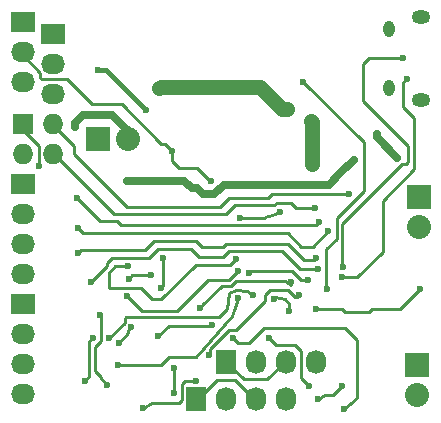
<source format=gbr>
G04 #@! TF.FileFunction,Copper,L2,Bot,Signal*
%FSLAX46Y46*%
G04 Gerber Fmt 4.6, Leading zero omitted, Abs format (unit mm)*
G04 Created by KiCad (PCBNEW 4.0.5) date 03 February 2017 Friday 17:41:24*
%MOMM*%
%LPD*%
G01*
G04 APERTURE LIST*
%ADD10C,0.100000*%
%ADD11O,0.950000X1.400000*%
%ADD12O,1.550000X1.200000*%
%ADD13R,1.727200X2.032000*%
%ADD14O,1.727200X2.032000*%
%ADD15R,2.032000X1.727200*%
%ADD16O,2.032000X1.727200*%
%ADD17R,1.727200X1.727200*%
%ADD18O,1.727200X1.727200*%
%ADD19R,2.032000X2.032000*%
%ADD20O,2.032000X2.032000*%
%ADD21C,0.600000*%
%ADD22C,0.250000*%
%ADD23C,0.635000*%
%ADD24C,1.270000*%
%ADD25C,0.400000*%
G04 APERTURE END LIST*
D10*
D11*
X102132960Y-106196400D03*
X102132960Y-101196400D03*
D12*
X104832960Y-107196400D03*
X104832960Y-100196400D03*
D13*
X88328500Y-129349500D03*
D14*
X90868500Y-129349500D03*
X93408500Y-129349500D03*
X95948500Y-129349500D03*
D15*
X71120000Y-114300000D03*
D16*
X71120000Y-116840000D03*
X71120000Y-119380000D03*
X71120000Y-121920000D03*
D17*
X71120000Y-109220000D03*
D18*
X73660000Y-109220000D03*
X71120000Y-111760000D03*
X73660000Y-111760000D03*
D13*
X85788500Y-132524500D03*
D14*
X88328500Y-132524500D03*
X90868500Y-132524500D03*
X93408500Y-132524500D03*
D15*
X71120000Y-124460000D03*
D16*
X71120000Y-127000000D03*
X71120000Y-129540000D03*
X71120000Y-132080000D03*
D19*
X77470000Y-110490000D03*
D20*
X80010000Y-110490000D03*
D19*
X104470200Y-129616200D03*
D20*
X104470200Y-132156200D03*
D15*
X71069200Y-100571300D03*
D16*
X71069200Y-103111300D03*
X71069200Y-105651300D03*
D15*
X73660000Y-101600000D03*
D16*
X73660000Y-104140000D03*
X73660000Y-106680000D03*
D19*
X104597200Y-115392200D03*
D20*
X104597200Y-117932200D03*
D21*
X81229200Y-133273800D03*
X85750400Y-130962400D03*
X101041200Y-110083600D03*
X102793800Y-112090200D03*
X93421200Y-108000800D03*
X98145600Y-131419600D03*
X96062800Y-132562600D03*
X95567500Y-112585500D03*
X95504000Y-108966000D03*
X79222600Y-127762000D03*
X80289400Y-126390400D03*
X75514200Y-109474000D03*
X80060800Y-122326400D03*
X81940400Y-122021600D03*
X95199200Y-122428000D03*
X90271600Y-121843800D03*
X82626200Y-106222800D03*
X104724200Y-123215400D03*
X95885000Y-124891800D03*
X99123500Y-112268000D03*
X79946500Y-114046000D03*
X94513400Y-123723400D03*
X86817200Y-128803400D03*
X77470000Y-104648000D03*
X81534000Y-108077000D03*
X72491600Y-112826800D03*
X83693000Y-111506000D03*
X87020400Y-114071400D03*
X92900500Y-116649500D03*
X89471500Y-117157500D03*
X90614500Y-123698000D03*
X78422500Y-127381000D03*
X89344500Y-123952000D03*
X79184500Y-129603500D03*
X89154000Y-120650000D03*
X80010000Y-121285000D03*
X79883000Y-123825000D03*
X89344500Y-121666000D03*
X93662500Y-125031500D03*
X92329000Y-124015500D03*
X98310700Y-133400800D03*
X88849200Y-127355600D03*
X95326200Y-131445000D03*
X91973400Y-127355600D03*
X94818200Y-105714800D03*
X96875600Y-123215400D03*
X98145600Y-122174000D03*
X103581200Y-105410000D03*
X98171000Y-121361200D03*
X103301800Y-103657400D03*
X96075500Y-121539000D03*
X76835000Y-122618500D03*
X95948500Y-120586500D03*
X75755500Y-120142000D03*
X96964500Y-118300500D03*
X75755500Y-118046500D03*
X96139000Y-117538500D03*
X75692000Y-115506500D03*
X98679000Y-115189000D03*
X95821500Y-116332000D03*
X93827600Y-122656600D03*
X86106000Y-124841000D03*
X87122000Y-126238000D03*
X82550000Y-127190500D03*
X83921600Y-132029200D03*
X83921600Y-129895600D03*
X82981800Y-120599200D03*
X82804000Y-123088400D03*
X78206600Y-131318000D03*
X77597000Y-125399800D03*
X76327000Y-131013200D03*
X77012800Y-127355600D03*
D22*
X93408500Y-129349500D02*
X93256100Y-129349500D01*
X93256100Y-129349500D02*
X91744800Y-130860800D01*
X89839800Y-130860800D02*
X88328500Y-129349500D01*
X91744800Y-130860800D02*
X89839800Y-130860800D01*
X85788500Y-132524500D02*
X85915500Y-132524500D01*
X85915500Y-132524500D02*
X87528400Y-130911600D01*
X89052400Y-130911600D02*
X90665300Y-132524500D01*
X87528400Y-130911600D02*
X89052400Y-130911600D01*
X90665300Y-132524500D02*
X90868500Y-132524500D01*
X81229200Y-133273800D02*
X81991200Y-132892800D01*
X81991200Y-132892800D02*
X84277200Y-132892800D01*
X84277200Y-132892800D02*
X84582000Y-132588000D01*
X84582000Y-132588000D02*
X84582000Y-131216400D01*
X84582000Y-131216400D02*
X84836000Y-130962400D01*
X84836000Y-130962400D02*
X85750400Y-130962400D01*
X88328500Y-132524500D02*
X88328500Y-132676900D01*
D23*
X101041200Y-110337600D02*
X101041200Y-110083600D01*
X102793800Y-112090200D02*
X101041200Y-110337600D01*
D24*
X93040200Y-108000800D02*
X93421200Y-108000800D01*
X91135200Y-106095800D02*
X93040200Y-108000800D01*
X82753200Y-106095800D02*
X91135200Y-106095800D01*
D22*
X97383600Y-132181600D02*
X98145600Y-131419600D01*
X96697800Y-132181600D02*
X97383600Y-132181600D01*
X96062800Y-132562600D02*
X96697800Y-132181600D01*
D24*
X95567500Y-112585500D02*
X95567500Y-109029500D01*
X95567500Y-109029500D02*
X95504000Y-108966000D01*
D22*
X80035400Y-126949200D02*
X79222600Y-127762000D01*
X80035400Y-126644400D02*
X80035400Y-126949200D01*
X80289400Y-126390400D02*
X80035400Y-126644400D01*
D23*
X75514200Y-109474000D02*
X75514200Y-109118400D01*
X80010000Y-110490000D02*
X80010000Y-109829600D01*
X80010000Y-109829600D02*
X78638400Y-108458000D01*
X78638400Y-108458000D02*
X76174600Y-108458000D01*
X76174600Y-108458000D02*
X75514200Y-109118400D01*
D22*
X80010000Y-109829600D02*
X78638400Y-108458000D01*
X75514200Y-109118400D02*
X75514200Y-109474000D01*
X76174600Y-108458000D02*
X75514200Y-109118400D01*
X78638400Y-108458000D02*
X76174600Y-108458000D01*
X80060800Y-122326400D02*
X80365600Y-122021600D01*
X80365600Y-122021600D02*
X81940400Y-122021600D01*
D23*
X80010000Y-110490000D02*
X80010000Y-109728000D01*
D22*
X94640400Y-122428000D02*
X95199200Y-122428000D01*
X93878400Y-121666000D02*
X94640400Y-122428000D01*
X90449400Y-121666000D02*
X93878400Y-121666000D01*
X90271600Y-121843800D02*
X90449400Y-121666000D01*
D24*
X82626200Y-106222800D02*
X82753200Y-106095800D01*
D22*
X103022400Y-124917200D02*
X104724200Y-123215400D01*
X100660200Y-124917200D02*
X103022400Y-124917200D01*
X100406200Y-125171200D02*
X100660200Y-124917200D01*
X98374200Y-125171200D02*
X100406200Y-125171200D01*
X98094800Y-124891800D02*
X98374200Y-125171200D01*
X95885000Y-124891800D02*
X98094800Y-124891800D01*
D23*
X97980500Y-113411000D02*
X99123500Y-112268000D01*
X97028000Y-114363500D02*
X97980500Y-113411000D01*
X88138000Y-114363500D02*
X97028000Y-114363500D01*
X87312500Y-115189000D02*
X88138000Y-114363500D01*
X86360000Y-115189000D02*
X87312500Y-115189000D01*
X85852000Y-114681000D02*
X86360000Y-115189000D01*
X85407500Y-114681000D02*
X85852000Y-114681000D01*
X84772500Y-114046000D02*
X85407500Y-114681000D01*
X79946500Y-114046000D02*
X84772500Y-114046000D01*
D22*
X94386400Y-123850400D02*
X94513400Y-123723400D01*
X94157800Y-123850400D02*
X94386400Y-123850400D01*
X93573600Y-123266200D02*
X94157800Y-123850400D01*
X92049600Y-123266200D02*
X93573600Y-123266200D01*
X91617800Y-123698000D02*
X92049600Y-123266200D01*
X91617800Y-124206000D02*
X91617800Y-123698000D01*
X89103200Y-126720600D02*
X91617800Y-124206000D01*
X88519000Y-126720600D02*
X89103200Y-126720600D01*
X86918800Y-128320800D02*
X88519000Y-126720600D01*
X86918800Y-128701800D02*
X86918800Y-128320800D01*
X86817200Y-128803400D02*
X86918800Y-128701800D01*
D25*
X78105000Y-104648000D02*
X77470000Y-104648000D01*
X81534000Y-108077000D02*
X78105000Y-104648000D01*
D22*
X72491600Y-112826800D02*
X72466200Y-112801400D01*
X72466200Y-112801400D02*
X72466200Y-111099600D01*
X72466200Y-111099600D02*
X71120000Y-109753400D01*
X71120000Y-109753400D02*
X71120000Y-109220000D01*
D25*
X71120000Y-109220000D02*
X71120000Y-109474000D01*
D22*
X71069200Y-103111300D02*
X71069200Y-103428800D01*
X71069200Y-103428800D02*
X72529700Y-104889300D01*
X72529700Y-104889300D02*
X72529700Y-105270300D01*
X72529700Y-105270300D02*
X72656700Y-105397300D01*
X72656700Y-105397300D02*
X74815700Y-105397300D01*
X74815700Y-105397300D02*
X76974700Y-107556300D01*
X76974700Y-107556300D02*
X79451200Y-107556300D01*
X79451200Y-107556300D02*
X82816700Y-110921800D01*
X82816700Y-110921800D02*
X83108800Y-110921800D01*
X83108800Y-110921800D02*
X83693000Y-111506000D01*
X83693000Y-112344200D02*
X83693000Y-111506000D01*
X84302600Y-112953800D02*
X83693000Y-112344200D01*
X85852000Y-112953800D02*
X84302600Y-112953800D01*
X86766400Y-113868200D02*
X85852000Y-112953800D01*
X86817200Y-113868200D02*
X86766400Y-113868200D01*
X87020400Y-114071400D02*
X86817200Y-113868200D01*
X92202000Y-116967000D02*
X92900500Y-116649500D01*
X91630500Y-117094000D02*
X92202000Y-116967000D01*
X91567000Y-117157500D02*
X91630500Y-117094000D01*
X89471500Y-117157500D02*
X91567000Y-117157500D01*
X90106500Y-123380500D02*
X90614500Y-123698000D01*
X89154000Y-123253500D02*
X90106500Y-123380500D01*
X88519000Y-123571000D02*
X89154000Y-123253500D01*
X88392000Y-124904500D02*
X88519000Y-123571000D01*
X87693500Y-125603000D02*
X88392000Y-124904500D01*
X79819500Y-125603000D02*
X87693500Y-125603000D01*
X79756000Y-125666500D02*
X79819500Y-125603000D01*
X79756000Y-126047500D02*
X79756000Y-125666500D01*
X78422500Y-127381000D02*
X79756000Y-126047500D01*
X89281000Y-124015500D02*
X89344500Y-123952000D01*
X88773000Y-125476000D02*
X89281000Y-124015500D01*
X85725000Y-128968500D02*
X88773000Y-125476000D01*
X83502500Y-128968500D02*
X85725000Y-128968500D01*
X82804000Y-129667000D02*
X83502500Y-128968500D01*
X79248000Y-129667000D02*
X82804000Y-129667000D01*
X79184500Y-129603500D02*
X79248000Y-129667000D01*
X78930500Y-121285000D02*
X80010000Y-121285000D01*
X78359000Y-121856500D02*
X78930500Y-121285000D01*
X78359000Y-123126500D02*
X78359000Y-121856500D01*
X81089500Y-123126500D02*
X78359000Y-123126500D01*
X82042000Y-124079000D02*
X81089500Y-123126500D01*
X82804000Y-124079000D02*
X82042000Y-124079000D01*
X85725000Y-121158000D02*
X82804000Y-124079000D01*
X88646000Y-121158000D02*
X85725000Y-121158000D01*
X89154000Y-120650000D02*
X88646000Y-121158000D01*
X81153000Y-125095000D02*
X79883000Y-123825000D01*
X84137500Y-125095000D02*
X81153000Y-125095000D01*
X86804500Y-122428000D02*
X84137500Y-125095000D01*
X88582500Y-122428000D02*
X86804500Y-122428000D01*
X89344500Y-121666000D02*
X88582500Y-122428000D01*
X93662500Y-124460000D02*
X93662500Y-125031500D01*
X93281500Y-124079000D02*
X93662500Y-124460000D01*
X92456000Y-123888500D02*
X93281500Y-124079000D01*
X92329000Y-124015500D02*
X92456000Y-123888500D01*
X88849200Y-127355600D02*
X89306400Y-127812800D01*
X89306400Y-127812800D02*
X90220800Y-127812800D01*
X90220800Y-127812800D02*
X91516200Y-126517400D01*
X91516200Y-126517400D02*
X98348800Y-126517400D01*
X98348800Y-126517400D02*
X99390200Y-127558800D01*
X99390200Y-127558800D02*
X99390200Y-132410200D01*
X99390200Y-132410200D02*
X98310700Y-133400800D01*
X95326200Y-131445000D02*
X94665800Y-130784600D01*
X94665800Y-130784600D02*
X94665800Y-128473200D01*
X94665800Y-128473200D02*
X94107000Y-127914400D01*
X94107000Y-127914400D02*
X92532200Y-127914400D01*
X92532200Y-127914400D02*
X91973400Y-127355600D01*
X94818200Y-105714800D02*
X99974400Y-110794800D01*
X99974400Y-110794800D02*
X99974400Y-114884200D01*
X99974400Y-114884200D02*
X97663000Y-117195600D01*
X97663000Y-117195600D02*
X97663000Y-118973600D01*
X97663000Y-118973600D02*
X96799400Y-119837200D01*
X96799400Y-119837200D02*
X96799400Y-123139200D01*
X96799400Y-123139200D02*
X96875600Y-123215400D01*
X103301800Y-105689400D02*
X103581200Y-105410000D01*
X103301800Y-107823000D02*
X103301800Y-105689400D01*
X104241600Y-108762800D02*
X103301800Y-107823000D01*
X104241600Y-113055400D02*
X104241600Y-108762800D01*
X101549200Y-115747800D02*
X104241600Y-113055400D01*
X101549200Y-120065800D02*
X101549200Y-115747800D01*
X99415600Y-122199400D02*
X101549200Y-120065800D01*
X98171000Y-122199400D02*
X99415600Y-122199400D01*
X98145600Y-122174000D02*
X98171000Y-122199400D01*
X100431600Y-103657400D02*
X103301800Y-103657400D01*
X99923600Y-104165400D02*
X100431600Y-103657400D01*
X99923600Y-107315000D02*
X99923600Y-104165400D01*
X103708200Y-111099600D02*
X99923600Y-107315000D01*
X103708200Y-112471200D02*
X103708200Y-111099600D01*
X103530400Y-112649000D02*
X103708200Y-112471200D01*
X103225600Y-112649000D02*
X103530400Y-112649000D01*
X98145600Y-117729000D02*
X103225600Y-112649000D01*
X98145600Y-121335800D02*
X98145600Y-117729000D01*
X98171000Y-121361200D02*
X98145600Y-121335800D01*
X94551500Y-121539000D02*
X96075500Y-121539000D01*
X93027500Y-120015000D02*
X94551500Y-121539000D01*
X88519000Y-120015000D02*
X93027500Y-120015000D01*
X88011000Y-120523000D02*
X88519000Y-120015000D01*
X86042500Y-120523000D02*
X88011000Y-120523000D01*
X85344000Y-119824500D02*
X86042500Y-120523000D01*
X82550000Y-119824500D02*
X85344000Y-119824500D01*
X81788000Y-120586500D02*
X82550000Y-119824500D01*
X78613000Y-120586500D02*
X81788000Y-120586500D01*
X78232000Y-120967500D02*
X78613000Y-120586500D01*
X78232000Y-121221500D02*
X78232000Y-120967500D01*
X76835000Y-122618500D02*
X78232000Y-121221500D01*
X95758000Y-120777000D02*
X95948500Y-120586500D01*
X94932500Y-120777000D02*
X95758000Y-120777000D01*
X93535500Y-119380000D02*
X94932500Y-120777000D01*
X88265000Y-119380000D02*
X93535500Y-119380000D01*
X88011000Y-119634000D02*
X88265000Y-119380000D01*
X86296500Y-119634000D02*
X88011000Y-119634000D01*
X85788500Y-119126000D02*
X86296500Y-119634000D01*
X82169000Y-119126000D02*
X85788500Y-119126000D01*
X81407000Y-119888000D02*
X82169000Y-119126000D01*
X76009500Y-119888000D02*
X81407000Y-119888000D01*
X75755500Y-120142000D02*
X76009500Y-119888000D01*
X95631000Y-119634000D02*
X96964500Y-118300500D01*
X94678500Y-119634000D02*
X95631000Y-119634000D01*
X93535500Y-118491000D02*
X94678500Y-119634000D01*
X76200000Y-118491000D02*
X93535500Y-118491000D01*
X75755500Y-118046500D02*
X76200000Y-118491000D01*
X95885000Y-117792500D02*
X96139000Y-117538500D01*
X79375000Y-117792500D02*
X95885000Y-117792500D01*
X79057500Y-117475000D02*
X79375000Y-117792500D01*
X77660500Y-117475000D02*
X79057500Y-117475000D01*
X75692000Y-115506500D02*
X77660500Y-117475000D01*
X73660000Y-109220000D02*
X73660000Y-109283500D01*
X73660000Y-109283500D02*
X75438000Y-111061500D01*
X75438000Y-111061500D02*
X75438000Y-111760000D01*
X75438000Y-111760000D02*
X79946500Y-116268500D01*
X79946500Y-116268500D02*
X87820500Y-116268500D01*
X87820500Y-116268500D02*
X88582500Y-115506500D01*
X88582500Y-115506500D02*
X91884500Y-115506500D01*
X91884500Y-115506500D02*
X92202000Y-115189000D01*
X92202000Y-115189000D02*
X98679000Y-115189000D01*
X73660000Y-111760000D02*
X73723500Y-111760000D01*
X73723500Y-111760000D02*
X78803500Y-116840000D01*
X78803500Y-116840000D02*
X88328500Y-116840000D01*
X88328500Y-116840000D02*
X89090500Y-116078000D01*
X89090500Y-116078000D02*
X92392500Y-116078000D01*
X92392500Y-116078000D02*
X92583000Y-115887500D01*
X92583000Y-115887500D02*
X93789500Y-115887500D01*
X93789500Y-115887500D02*
X94234000Y-116332000D01*
X94234000Y-116332000D02*
X95821500Y-116332000D01*
X93827600Y-122847100D02*
X93827600Y-122656600D01*
X93281500Y-122491500D02*
X93827600Y-122847100D01*
X89155398Y-122491500D02*
X93281500Y-122491500D01*
X88706992Y-122939906D02*
X89155398Y-122491500D01*
X87943594Y-122939906D02*
X88706992Y-122939906D01*
X86296500Y-124587000D02*
X87943594Y-122939906D01*
X86296500Y-124650500D02*
X86296500Y-124587000D01*
X86106000Y-124841000D02*
X86296500Y-124650500D01*
X87058500Y-126301500D02*
X87122000Y-126238000D01*
X83439000Y-126301500D02*
X87058500Y-126301500D01*
X82550000Y-127190500D02*
X83439000Y-126301500D01*
X83921600Y-132029200D02*
X83870800Y-131978400D01*
X83870800Y-131978400D02*
X83921600Y-129895600D01*
X82981800Y-122910600D02*
X82981800Y-120599200D01*
X82804000Y-123088400D02*
X82981800Y-122910600D01*
X78206600Y-131318000D02*
X77673200Y-130784600D01*
X77673200Y-130784600D02*
X77673200Y-130639398D01*
X77673200Y-130639398D02*
X77183402Y-130149600D01*
X77183402Y-130149600D02*
X77183402Y-128099398D01*
X77183402Y-128099398D02*
X77673200Y-127609600D01*
X77673200Y-127609600D02*
X77673200Y-125476000D01*
X77673200Y-125476000D02*
X77597000Y-125399800D01*
X76327000Y-131013200D02*
X76733400Y-130606800D01*
X76733400Y-130606800D02*
X76733400Y-127635000D01*
X76733400Y-127635000D02*
X77012800Y-127355600D01*
M02*

</source>
